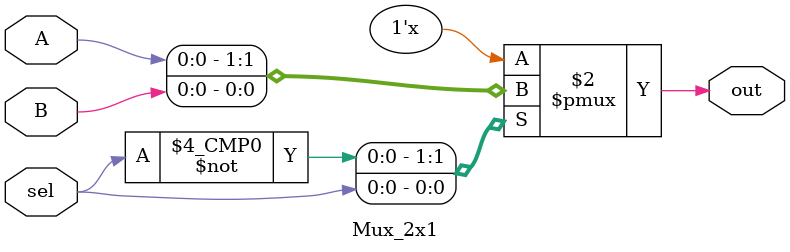
<source format=v>
`timescale 1ns / 1ps


module Mux_2x1(
    input A,
    input B,
    input sel,
    output reg out
    );
    always @(*)begin
        case(sel)
            1'b0: out = A;
            1'b1: out = B;
        endcase
    end
endmodule

</source>
